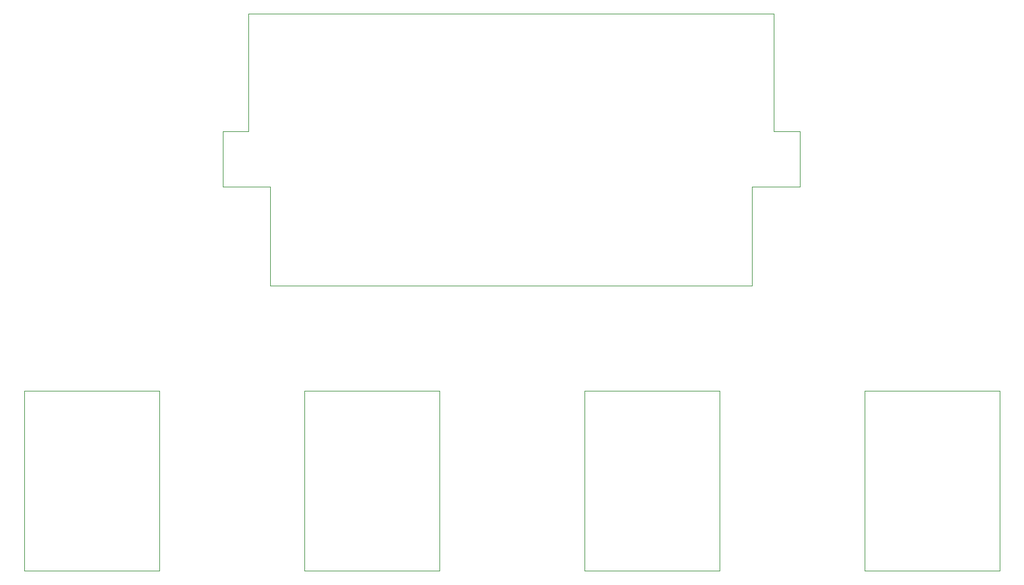
<source format=gbr>
G04*
G04 #@! TF.GenerationSoftware,Altium Limited,Altium Designer,23.0.1 (38)*
G04*
G04 Layer_Color=32768*
%FSLAX25Y25*%
%MOIN*%
G70*
G04*
G04 #@! TF.SameCoordinates,88CA1221-A5B3-45BB-8031-3B943D831941*
G04*
G04*
G04 #@! TF.FilePolarity,Positive*
G04*
G01*
G75*
%ADD32C,0.00197*%
D32*
X121063Y285354D02*
X134843D01*
X121063Y255827D02*
Y285354D01*
Y255827D02*
X146654D01*
Y202677D02*
Y255827D01*
Y202677D02*
X404528D01*
Y255827D01*
X430118D01*
Y285354D01*
X416339D02*
X430118D01*
X416339D02*
Y348346D01*
X134843D02*
X416339D01*
X134843Y285354D02*
Y348346D01*
X87047Y49913D02*
Y146185D01*
X15000D02*
X87047D01*
X15000Y49913D02*
Y146185D01*
Y49913D02*
X87047D01*
X465000D02*
X537047D01*
X465000D02*
Y146185D01*
X537047D01*
Y49913D02*
Y146185D01*
X237047Y49913D02*
Y146185D01*
X165000D02*
X237047D01*
X165000Y49913D02*
Y146185D01*
Y49913D02*
X237047D01*
X315000D02*
X387047D01*
X315000D02*
Y146185D01*
X387047D01*
Y49913D02*
Y146185D01*
M02*

</source>
